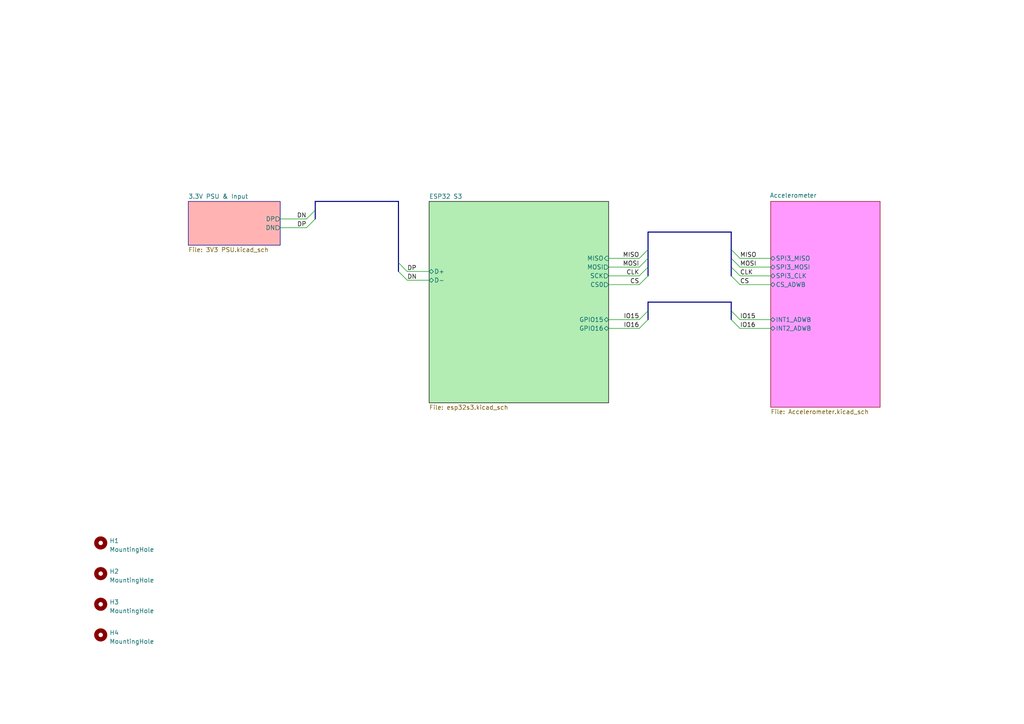
<source format=kicad_sch>
(kicad_sch (version 20250114) (generator "eeschema") (generator_version "9.0")
  (paper "A4")
  (title_block (title "SMART MONITORING SYSTEM") (date "2024-07-07") (rev "03") (company "Novo AI") (comment 1 "Designed by Novo AI") (comment 2 "https://wm.com/  ") (comment 3 "Property of Novo AI") (comment 4 "@Copyright & Reserved "))
  (lib_symbols
    (symbol "Mechanical:MountingHole" (pin_names (offset 1.016))
      (property "Reference" "H" (at 0 5.08 0))
      (property "Value" "MountingHole" (at 0 3.175 0))
      (symbol "MountingHole_0_1"
        (circle (center 0 0) (radius 1.27) (stroke (width 1.27)))
      )
    )
  )
  (bus_entry (at 115.57 76.2) (size 2.54 2.54))
  (bus_entry (at 185.42 77.47) (size 2.54 -2.54))
  (bus_entry (at 185.42 74.93) (size 2.54 -2.54))
  (bus_entry (at 185.42 95.25) (size 2.54 -2.54))
  (bus_entry (at 91.44 63.5) (size -2.54 2.54))
  (bus_entry (at 214.63 92.71) (size -2.54 -2.54))
  (bus_entry (at 185.42 80.01) (size 2.54 -2.54))
  (bus_entry (at 214.63 74.93) (size -2.54 -2.54))
  (bus_entry (at 214.63 80.01) (size -2.54 -2.54))
  (bus_entry (at 185.42 82.55) (size 2.54 -2.54))
  (bus_entry (at 214.63 82.55) (size -2.54 -2.54))
  (bus_entry (at 115.57 78.74) (size 2.54 2.54))
  (bus_entry (at 214.63 95.25) (size -2.54 -2.54))
  (bus_entry (at 185.42 92.71) (size 2.54 -2.54))
  (bus_entry (at 214.63 77.47) (size -2.54 -2.54))
  (bus_entry (at 91.44 60.96) (size -2.54 2.54))
  (bus (pts (xy 187.96 77.47) (xy 187.96 74.93)))
  (bus (pts (xy 212.09 90.17) (xy 212.09 87.63)))
  (wire (pts (xy 176.53 80.01) (xy 185.42 80.01)))
  (bus (pts (xy 212.09 72.39) (xy 212.09 74.93)))
  (wire (pts (xy 81.28 63.5) (xy 88.9 63.5)))
  (bus (pts (xy 212.09 87.63) (xy 187.96 87.63)))
  (wire (pts (xy 176.53 92.71) (xy 185.42 92.71)))
  (wire (pts (xy 176.53 95.25) (xy 185.42 95.25)))
  (wire (pts (xy 176.53 82.55) (xy 185.42 82.55)))
  (wire (pts (xy 223.52 77.47) (xy 214.63 77.47)))
  (bus (pts (xy 212.09 67.31) (xy 212.09 72.39)))
  (bus (pts (xy 115.57 76.2) (xy 115.57 78.74)))
  (bus (pts (xy 91.44 60.96) (xy 91.44 58.42)))
  (wire (pts (xy 81.28 66.04) (xy 88.9 66.04)))
  (bus (pts (xy 187.96 87.63) (xy 187.96 90.17)))
  (bus (pts (xy 187.96 80.01) (xy 187.96 77.47)))
  (bus (pts (xy 115.57 58.42) (xy 115.57 76.2)))
  (bus (pts (xy 91.44 58.42) (xy 115.57 58.42)))
  (bus (pts (xy 187.96 74.93) (xy 187.96 72.39)))
  (wire (pts (xy 223.52 80.01) (xy 214.63 80.01)))
  (bus (pts (xy 212.09 74.93) (xy 212.09 77.47)))
  (bus (pts (xy 212.09 77.47) (xy 212.09 80.01)))
  (wire (pts (xy 223.52 92.71) (xy 214.63 92.71)))
  (wire (pts (xy 223.52 74.93) (xy 214.63 74.93)))
  (bus (pts (xy 212.09 92.71) (xy 212.09 90.17)))
  (wire (pts (xy 223.52 82.55) (xy 214.63 82.55)))
  (wire (pts (xy 223.52 95.25) (xy 214.63 95.25)))
  (wire (pts (xy 118.11 81.28) (xy 124.46 81.28)))
  (bus (pts (xy 187.96 67.31) (xy 212.09 67.31)))
  (bus (pts (xy 187.96 72.39) (xy 187.96 67.31)))
  (bus (pts (xy 91.44 63.5) (xy 91.44 60.96)))
  (bus (pts (xy 187.96 90.17) (xy 187.96 92.71)))
  (wire (pts (xy 176.53 74.93) (xy 185.42 74.93)))
  (wire (pts (xy 118.11 78.74) (xy 124.46 78.74)))
  (wire (pts (xy 176.53 77.47) (xy 185.42 77.47)))
  (label "CS" (at 185.42 82.55 180))
  (label "IO15" (at 214.63 92.71 0))
  (label "DN" (at 88.9 63.5 180))
  (label "IO16" (at 214.63 95.25 0))
  (label "DN" (at 118.11 81.28 0))
  (label "DP" (at 118.11 78.74 0))
  (label "MOSI" (at 185.42 77.47 180))
  (label "CLK" (at 214.63 80.01 0))
  (label "DP" (at 88.9 66.04 180))
  (label "MISO" (at 185.42 74.93 180))
  (label "IO16" (at 185.42 95.25 180))
  (label "MOSI" (at 214.63 77.47 0))
  (label "CS" (at 214.63 82.55 0))
  (label "IO15" (at 185.42 92.71 180))
  (label "MISO" (at 214.63 74.93 0))
  (label "CLK" (at 185.42 80.01 180))
  (symbol (lib_id "Mechanical:MountingHole") (at 29.21 157.48 0) (unit 1)
    (property "Reference" "H1" (at 31.75 156.845 0) (effects (justify left)))
    (property "Value" "MountingHole" (at 31.75 159.385 0) (effects (justify left)))
    (property "Footprint" "MountingHole:MountingHole_2mm" (effects (hide yes)))
    (property "Manufacturer_Part_Number" "DNP" (effects (hide yes)))
  )
  (symbol (lib_id "Mechanical:MountingHole") (at 29.21 184.15 0) (unit 1)
    (property "Reference" "H4" (at 31.75 183.515 0) (effects (justify left)))
    (property "Value" "MountingHole" (at 31.75 186.055 0) (effects (justify left)))
    (property "Footprint" "MountingHole:MountingHole_2mm" (effects (hide yes)))
    (property "Manufacturer_Part_Number" "DNP" (effects (hide yes)))
  )
  (symbol (lib_id "Mechanical:MountingHole") (at 29.21 166.37 0) (unit 1)
    (property "Reference" "H2" (at 31.75 165.735 0) (effects (justify left)))
    (property "Value" "MountingHole" (at 31.75 168.275 0) (effects (justify left)))
    (property "Footprint" "MountingHole:MountingHole_2mm" (effects (hide yes)))
    (property "Manufacturer_Part_Number" "DNP" (effects (hide yes)))
  )
  (symbol (lib_id "Mechanical:MountingHole") (at 29.21 175.26 0) (unit 1)
    (property "Reference" "H3" (at 31.75 174.625 0) (effects (justify left)))
    (property "Value" "MountingHole" (at 31.75 177.165 0) (effects (justify left)))
    (property "Footprint" "MountingHole:MountingHole_2mm" (effects (hide yes)))
    (property "Manufacturer_Part_Number" "DNP" (effects (hide yes)))
  )
  (sheet (at 54.61 58.42) (size 26.67 12.7) (stroke (width 0.1524) (color 0 0 132 1)) (fill (color 255 0 0 0.3000))
    (property "Sheetname" "3.3V PSU & Input" (at 54.61 57.7084 0) (effects (justify left bottom)))
    (property "Sheetfile" "3V3 PSU.kicad_sch" (at 54.61 71.7046 0) (effects (justify left top)))
    (pin "DP" output (at 81.28 63.5 0))
    (pin "DN" output (at 81.28 66.04 0))
  )
  (sheet (at 223.52 58.42) (size 31.75 59.69) (stroke (width 0.1524)) (fill (color 255 0 255 0.4000))
    (property "Sheetname" "Accelerometer" (at 223.266 57.404 0) (effects (justify left bottom)))
    (property "Sheetfile" "Accelerometer.kicad_sch" (at 223.52 118.6946 0) (effects (justify left top)))
    (pin "INT2_ADWB" bidirectional (at 223.52 95.25 180))
    (pin "CS_ADWB" bidirectional (at 223.52 82.55 180))
    (pin "SPI3_CLK" bidirectional (at 223.52 80.01 180))
    (pin "SPI3_MOSI" bidirectional (at 223.52 77.47 180))
    (pin "SPI3_MISO" bidirectional (at 223.52 74.93 180))
    (pin "INT1_ADWB" bidirectional (at 223.52 92.71 180))
  )
  (sheet (at 124.46 58.42) (size 52.07 58.42) (stroke (width 0.1524) (color 0 0 0 1)) (fill (color 0 194 0 0.3000))
    (property "Sheetname" "ESP32 S3" (at 124.46 57.7084 0) (effects (justify left bottom)))
    (property "Sheetfile" "esp32s3.kicad_sch" (at 124.46 117.4246 0) (effects (justify left top)))
    (pin "D-" bidirectional (at 124.46 81.28 180))
    (pin "D+" bidirectional (at 124.46 78.74 180))
    (pin "CS0" output (at 176.53 82.55 0))
    (pin "MOSI" output (at 176.53 77.47 0))
    (pin "SCK" output (at 176.53 80.01 0))
    (pin "MISO" input (at 176.53 74.93 0))
    (pin "GPIO16" bidirectional (at 176.53 95.25 0))
    (pin "GPIO15" bidirectional (at 176.53 92.71 0))
  )
)
</source>
